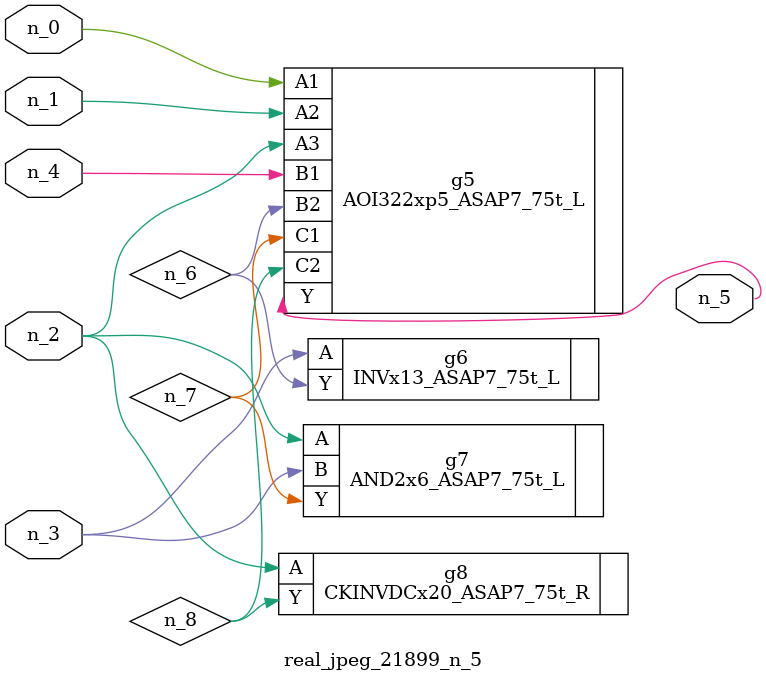
<source format=v>
module real_jpeg_21899_n_5 (n_4, n_0, n_1, n_2, n_3, n_5);

input n_4;
input n_0;
input n_1;
input n_2;
input n_3;

output n_5;

wire n_8;
wire n_6;
wire n_7;

AOI322xp5_ASAP7_75t_L g5 ( 
.A1(n_0),
.A2(n_1),
.A3(n_2),
.B1(n_4),
.B2(n_6),
.C1(n_7),
.C2(n_8),
.Y(n_5)
);

AND2x6_ASAP7_75t_L g7 ( 
.A(n_2),
.B(n_3),
.Y(n_7)
);

CKINVDCx20_ASAP7_75t_R g8 ( 
.A(n_2),
.Y(n_8)
);

INVx13_ASAP7_75t_L g6 ( 
.A(n_3),
.Y(n_6)
);


endmodule
</source>
